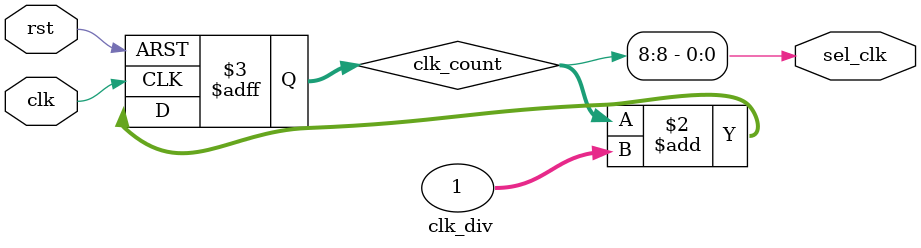
<source format=v>
`timescale 1ns / 1ps
module clk_div #(parameter SEL = 8)(
		input clk,
		input rst,
		output sel_clk
    );

reg [31:0] clk_count;
always @(posedge clk or posedge rst) begin
	if(rst) begin
		clk_count <= 32'b0;
	end else begin
		clk_count <= clk_count + 32'b1;
	end
end

//always @(posedge clk or posedge rst) begin
//	if(rst) begin
//		sel_clk <= 1'b0;
//	end else if(clk_count == 32'd8) begin
//		sel_clk <= ~sel_clk;
//	end
//end

assign sel_clk = clk_count[SEL];

endmodule

</source>
